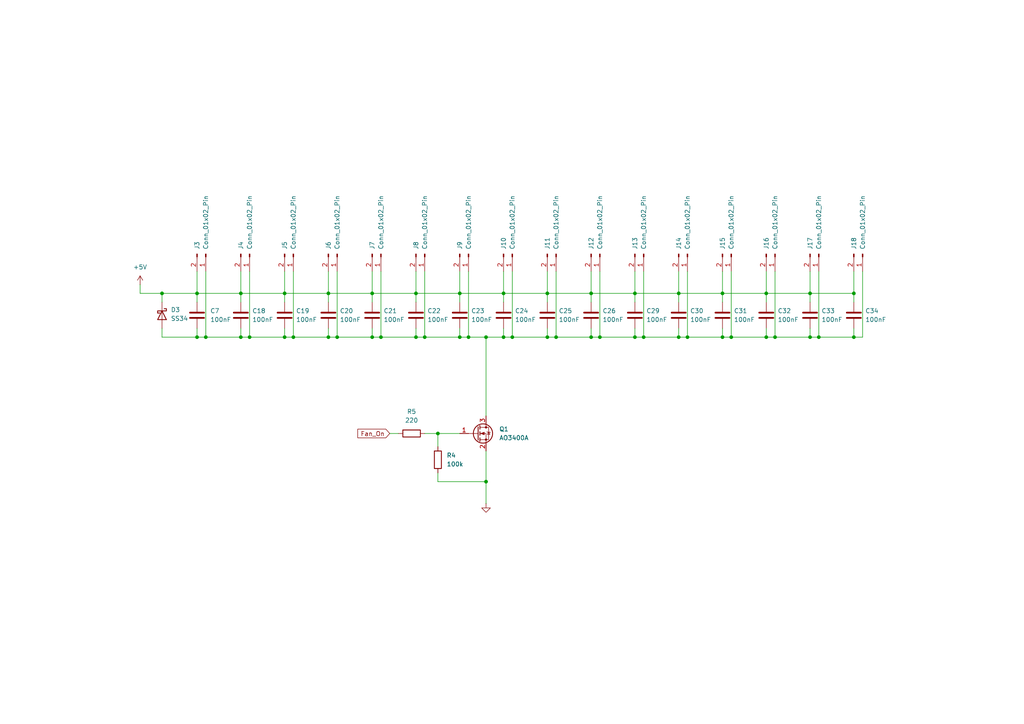
<source format=kicad_sch>
(kicad_sch (version 20250114) (generator "eeschema") (generator_version "9.0")
  (paper "A4")
  (lib_symbols
    (symbol "Connector:Conn_01x02_Pin" (pin_names (offset 1.016) (hide yes))
      (property "Reference" "J" (at 0 2.54 0))
      (property "Value" "Conn_01x02_Pin" (at 0 -5.08 0))
      (symbol "Conn_01x02_Pin_1_1"
        (rectangle (start 0.8636 0.127) (end 0 -0.127) (stroke (width 0.1524)) (fill (type outline)))
        (rectangle (start 0.8636 -2.413) (end 0 -2.667) (stroke (width 0.1524)) (fill (type outline)))
        (polyline (pts (xy 1.27 0) (xy 0.8636 0)) (stroke (width 0.1524)))
        (polyline (pts (xy 1.27 -2.54) (xy 0.8636 -2.54)) (stroke (width 0.1524)))
        (pin passive line (at 5.08 0 180) (length 3.81) (name "Pin_1") (number "1"))
        (pin passive line (at 5.08 -2.54 180) (length 3.81) (name "Pin_2") (number "2"))
      )
    )
    (symbol "Device:C" (pin_numbers (hide yes)) (pin_names (offset 0.254))
      (property "Reference" "C" (at 0.635 2.54 0))
      (property "Value" "C" (at 0.635 -2.54 0))
      (symbol "C_0_1"
        (polyline (pts (xy -2.032 0.762) (xy 2.032 0.762)) (stroke (width 0.508)))
        (polyline (pts (xy -2.032 -0.762) (xy 2.032 -0.762)) (stroke (width 0.508)))
      )
      (symbol "C_1_1"
        (pin passive line (at 0 3.81 270) (length 2.794) (name "~") (number "1"))
        (pin passive line (at 0 -3.81 90) (length 2.794) (name "~") (number "2"))
      )
    )
    (symbol "Device:R" (pin_numbers (hide yes)) (pin_names (offset 0))
      (property "Reference" "R" (at 2.032 0 90))
      (property "Value" "R" (at 0 0 90))
      (symbol "R_0_1"
        (rectangle (start -1.016 -2.54) (end 1.016 2.54) (stroke (width 0.254)))
      )
      (symbol "R_1_1"
        (pin passive line (at 0 3.81 270) (length 1.27) (name "~") (number "1"))
        (pin passive line (at 0 -3.81 90) (length 1.27) (name "~") (number "2"))
      )
    )
    (symbol "Diode:SS34" (pin_numbers (hide yes)) (pin_names (offset 1.016) (hide yes))
      (property "Reference" "D" (at 0 2.54 0))
      (property "Value" "SS34" (at 0 -2.54 0))
      (symbol "SS34_0_1"
        (polyline (pts (xy -1.905 0.635) (xy -1.905 1.27) (xy -1.27 1.27) (xy -1.27 -1.27) (xy -0.635 -1.27) (xy -0.635 -0.635)) (stroke (width 0.254)))
        (polyline (pts (xy 1.27 1.27) (xy 1.27 -1.27) (xy -1.27 0) (xy 1.27 1.27)) (stroke (width 0.254)))
        (polyline (pts (xy 1.27 0) (xy -1.27 0)))
      )
      (symbol "SS34_1_1"
        (pin passive line (at -3.81 0 0) (length 2.54) (name "K") (number "1"))
        (pin passive line (at 3.81 0 180) (length 2.54) (name "A") (number "2"))
      )
    )
    (symbol "Transistor_FET:AO3400A" (pin_names (hide yes))
      (property "Reference" "Q" (at 5.08 1.905 0))
      (property "Value" "AO3400A" (at 5.08 0 0))
      (symbol "AO3400A_0_1"
        (polyline (pts (xy 0.254 1.905) (xy 0.254 -1.905)) (stroke (width 0.254)))
        (polyline (pts (xy 0.254 0) (xy -2.54 0)))
        (polyline (pts (xy 0.762 2.286) (xy 0.762 1.27)) (stroke (width 0.254)))
        (polyline (pts (xy 0.762 0.508) (xy 0.762 -0.508)) (stroke (width 0.254)))
        (polyline (pts (xy 0.762 -1.27) (xy 0.762 -2.286)) (stroke (width 0.254)))
        (polyline (pts (xy 0.762 -1.778) (xy 3.302 -1.778) (xy 3.302 1.778) (xy 0.762 1.778)))
        (polyline (pts (xy 1.016 0) (xy 2.032 0.381) (xy 2.032 -0.381) (xy 1.016 0)) (fill (type outline)))
        (circle (center 1.651 0) (radius 2.794) (stroke (width 0.254)))
        (polyline (pts (xy 2.54 2.54) (xy 2.54 1.778)))
        (circle (center 2.54 1.778) (radius 0.254) (fill (type outline)))
        (circle (center 2.54 -1.778) (radius 0.254) (fill (type outline)))
        (polyline (pts (xy 2.54 -2.54) (xy 2.54 0) (xy 0.762 0)))
        (polyline (pts (xy 2.794 0.508) (xy 2.921 0.381) (xy 3.683 0.381) (xy 3.81 0.254)))
        (polyline (pts (xy 3.302 0.381) (xy 2.921 -0.254) (xy 3.683 -0.254) (xy 3.302 0.381)))
      )
      (symbol "AO3400A_1_1"
        (pin input line (at -5.08 0 0) (length 2.54) (name "G") (number "1"))
        (pin passive line (at 2.54 5.08 270) (length 2.54) (name "D") (number "3"))
        (pin passive line (at 2.54 -5.08 90) (length 2.54) (name "S") (number "2"))
      )
    )
    (symbol "power:+5V" (power) (pin_numbers (hide yes)) (pin_names (offset 0) (hide yes))
      (property "Value" "+5V" (at 0 3.556 0))
      (symbol "+5V_0_1"
        (polyline (pts (xy -0.762 1.27) (xy 0 2.54)))
        (polyline (pts (xy 0 2.54) (xy 0.762 1.27)))
        (polyline (pts (xy 0 0) (xy 0 2.54)))
      )
      (symbol "+5V_1_1"
        (pin power_in line (at 0 0 90) (length 0) (name "~") (number "1"))
      )
    )
    (symbol "power:GND" (power) (pin_numbers (hide yes)) (pin_names (offset 0) (hide yes))
      (property "Value" "GND" (at 0 -3.81 0))
      (symbol "GND_0_1"
        (polyline (pts (xy 0 0) (xy 0 -1.27) (xy 1.27 -1.27) (xy 0 -2.54) (xy -1.27 -1.27) (xy 0 -1.27)))
      )
      (symbol "GND_1_1"
        (pin power_in line (at 0 0 270) (length 0) (name "~") (number "1"))
      )
    )
  )
  (junction (at 120.65 97.79))
  (junction (at 133.35 85.09))
  (junction (at 148.59 97.79))
  (junction (at 59.69 97.79))
  (junction (at 224.79 97.79))
  (junction (at 120.65 85.09))
  (junction (at 57.15 97.79))
  (junction (at 222.25 97.79))
  (junction (at 173.99 97.79))
  (junction (at 146.05 97.79))
  (junction (at 161.29 97.79))
  (junction (at 196.85 97.79))
  (junction (at 127 125.73))
  (junction (at 146.05 85.09))
  (junction (at 69.85 97.79))
  (junction (at 158.75 85.09))
  (junction (at 196.85 85.09))
  (junction (at 97.79 97.79))
  (junction (at 222.25 85.09))
  (junction (at 107.95 85.09))
  (junction (at 158.75 97.79))
  (junction (at 184.15 85.09))
  (junction (at 140.97 97.79))
  (junction (at 199.39 97.79))
  (junction (at 95.25 97.79))
  (junction (at 184.15 97.79))
  (junction (at 123.19 97.79))
  (junction (at 234.95 97.79))
  (junction (at 110.49 97.79))
  (junction (at 46.99 85.09))
  (junction (at 57.15 85.09))
  (junction (at 107.95 97.79))
  (junction (at 72.39 97.79))
  (junction (at 95.25 85.09))
  (junction (at 247.65 97.79))
  (junction (at 82.55 97.79))
  (junction (at 209.55 85.09))
  (junction (at 212.09 97.79))
  (junction (at 140.97 139.7))
  (junction (at 133.35 97.79))
  (junction (at 82.55 85.09))
  (junction (at 171.45 85.09))
  (junction (at 247.65 85.09))
  (junction (at 234.95 85.09))
  (junction (at 135.89 97.79))
  (junction (at 171.45 97.79))
  (junction (at 237.49 97.79))
  (junction (at 186.69 97.79))
  (junction (at 209.55 97.79))
  (junction (at 85.09 97.79))
  (junction (at 69.85 85.09))
  (wire (pts (xy 95.25 85.09) (xy 107.95 85.09)))
  (wire (pts (xy 69.85 97.79) (xy 72.39 97.79)))
  (wire (pts (xy 107.95 97.79) (xy 110.49 97.79)))
  (wire (pts (xy 184.15 97.79) (xy 186.69 97.79)))
  (wire (pts (xy 186.69 97.79) (xy 196.85 97.79)))
  (wire (pts (xy 123.19 125.73) (xy 127 125.73)))
  (wire (pts (xy 196.85 85.09) (xy 209.55 85.09)))
  (wire (pts (xy 196.85 78.74) (xy 196.85 85.09)))
  (wire (pts (xy 57.15 95.25) (xy 57.15 97.79)))
  (wire (pts (xy 184.15 95.25) (xy 184.15 97.79)))
  (wire (pts (xy 110.49 97.79) (xy 120.65 97.79)))
  (wire (pts (xy 140.97 97.79) (xy 140.97 120.65)))
  (wire (pts (xy 95.25 78.74) (xy 95.25 85.09)))
  (wire (pts (xy 234.95 95.25) (xy 234.95 97.79)))
  (wire (pts (xy 196.85 95.25) (xy 196.85 97.79)))
  (wire (pts (xy 57.15 78.74) (xy 57.15 85.09)))
  (wire (pts (xy 171.45 78.74) (xy 171.45 85.09)))
  (wire (pts (xy 196.85 97.79) (xy 199.39 97.79)))
  (wire (pts (xy 69.85 95.25) (xy 69.85 97.79)))
  (wire (pts (xy 171.45 85.09) (xy 184.15 85.09)))
  (wire (pts (xy 95.25 97.79) (xy 97.79 97.79)))
  (wire (pts (xy 82.55 95.25) (xy 82.55 97.79)))
  (wire (pts (xy 107.95 78.74) (xy 107.95 85.09)))
  (wire (pts (xy 85.09 97.79) (xy 82.55 97.79)))
  (wire (pts (xy 222.25 78.74) (xy 222.25 85.09)))
  (wire (pts (xy 82.55 78.74) (xy 82.55 85.09)))
  (wire (pts (xy 82.55 85.09) (xy 82.55 87.63)))
  (wire (pts (xy 127 139.7) (xy 127 137.16)))
  (wire (pts (xy 146.05 85.09) (xy 158.75 85.09)))
  (wire (pts (xy 146.05 78.74) (xy 146.05 85.09)))
  (wire (pts (xy 173.99 97.79) (xy 171.45 97.79)))
  (wire (pts (xy 59.69 97.79) (xy 69.85 97.79)))
  (wire (pts (xy 123.19 97.79) (xy 133.35 97.79)))
  (wire (pts (xy 184.15 85.09) (xy 184.15 87.63)))
  (wire (pts (xy 146.05 85.09) (xy 146.05 87.63)))
  (wire (pts (xy 46.99 95.25) (xy 46.99 97.79)))
  (wire (pts (xy 127 125.73) (xy 133.35 125.73)))
  (wire (pts (xy 140.97 97.79) (xy 135.89 97.79)))
  (wire (pts (xy 123.19 78.74) (xy 123.19 97.79)))
  (wire (pts (xy 46.99 85.09) (xy 46.99 87.63)))
  (wire (pts (xy 222.25 97.79) (xy 224.79 97.79)))
  (wire (pts (xy 82.55 85.09) (xy 95.25 85.09)))
  (wire (pts (xy 247.65 95.25) (xy 247.65 97.79)))
  (wire (pts (xy 173.99 97.79) (xy 184.15 97.79)))
  (wire (pts (xy 72.39 78.74) (xy 72.39 97.79)))
  (wire (pts (xy 127 139.7) (xy 140.97 139.7)))
  (wire (pts (xy 222.25 95.25) (xy 222.25 97.79)))
  (wire (pts (xy 133.35 97.79) (xy 135.89 97.79)))
  (wire (pts (xy 237.49 78.74) (xy 237.49 97.79)))
  (wire (pts (xy 120.65 95.25) (xy 120.65 97.79)))
  (wire (pts (xy 199.39 97.79) (xy 209.55 97.79)))
  (wire (pts (xy 123.19 97.79) (xy 120.65 97.79)))
  (wire (pts (xy 133.35 85.09) (xy 146.05 85.09)))
  (wire (pts (xy 234.95 97.79) (xy 237.49 97.79)))
  (wire (pts (xy 97.79 78.74) (xy 97.79 97.79)))
  (wire (pts (xy 173.99 78.74) (xy 173.99 97.79)))
  (wire (pts (xy 40.64 85.09) (xy 40.64 82.55)))
  (wire (pts (xy 110.49 78.74) (xy 110.49 97.79)))
  (wire (pts (xy 234.95 78.74) (xy 234.95 85.09)))
  (wire (pts (xy 95.25 97.79) (xy 85.09 97.79)))
  (wire (pts (xy 209.55 95.25) (xy 209.55 97.79)))
  (wire (pts (xy 140.97 97.79) (xy 146.05 97.79)))
  (wire (pts (xy 222.25 85.09) (xy 234.95 85.09)))
  (wire (pts (xy 140.97 139.7) (xy 140.97 146.05)))
  (wire (pts (xy 40.64 85.09) (xy 46.99 85.09)))
  (wire (pts (xy 113.03 125.73) (xy 115.57 125.73)))
  (wire (pts (xy 59.69 78.74) (xy 59.69 97.79)))
  (wire (pts (xy 158.75 85.09) (xy 171.45 85.09)))
  (wire (pts (xy 209.55 85.09) (xy 209.55 87.63)))
  (wire (pts (xy 171.45 85.09) (xy 171.45 87.63)))
  (wire (pts (xy 148.59 78.74) (xy 148.59 97.79)))
  (wire (pts (xy 158.75 85.09) (xy 158.75 87.63)))
  (wire (pts (xy 209.55 78.74) (xy 209.55 85.09)))
  (wire (pts (xy 85.09 78.74) (xy 85.09 97.79)))
  (wire (pts (xy 107.95 85.09) (xy 120.65 85.09)))
  (wire (pts (xy 69.85 78.74) (xy 69.85 85.09)))
  (wire (pts (xy 140.97 130.81) (xy 140.97 139.7)))
  (wire (pts (xy 135.89 78.74) (xy 135.89 97.79)))
  (wire (pts (xy 69.85 85.09) (xy 69.85 87.63)))
  (wire (pts (xy 212.09 97.79) (xy 222.25 97.79)))
  (wire (pts (xy 120.65 85.09) (xy 133.35 85.09)))
  (wire (pts (xy 57.15 85.09) (xy 57.15 87.63)))
  (wire (pts (xy 133.35 78.74) (xy 133.35 85.09)))
  (wire (pts (xy 127 125.73) (xy 127 129.54)))
  (wire (pts (xy 224.79 78.74) (xy 224.79 97.79)))
  (wire (pts (xy 120.65 85.09) (xy 120.65 87.63)))
  (wire (pts (xy 120.65 78.74) (xy 120.65 85.09)))
  (wire (pts (xy 146.05 95.25) (xy 146.05 97.79)))
  (wire (pts (xy 59.69 97.79) (xy 57.15 97.79)))
  (wire (pts (xy 95.25 95.25) (xy 95.25 97.79)))
  (wire (pts (xy 237.49 97.79) (xy 247.65 97.79)))
  (wire (pts (xy 69.85 85.09) (xy 82.55 85.09)))
  (wire (pts (xy 146.05 97.79) (xy 148.59 97.79)))
  (wire (pts (xy 158.75 78.74) (xy 158.75 85.09)))
  (wire (pts (xy 107.95 95.25) (xy 107.95 97.79)))
  (wire (pts (xy 224.79 97.79) (xy 234.95 97.79)))
  (wire (pts (xy 158.75 95.25) (xy 158.75 97.79)))
  (wire (pts (xy 247.65 78.74) (xy 247.65 85.09)))
  (wire (pts (xy 72.39 97.79) (xy 82.55 97.79)))
  (wire (pts (xy 46.99 97.79) (xy 57.15 97.79)))
  (wire (pts (xy 46.99 85.09) (xy 57.15 85.09)))
  (wire (pts (xy 250.19 97.79) (xy 250.19 78.74)))
  (wire (pts (xy 234.95 85.09) (xy 247.65 85.09)))
  (wire (pts (xy 186.69 78.74) (xy 186.69 97.79)))
  (wire (pts (xy 69.85 85.09) (xy 57.15 85.09)))
  (wire (pts (xy 171.45 97.79) (xy 161.29 97.79)))
  (wire (pts (xy 247.65 97.79) (xy 250.19 97.79)))
  (wire (pts (xy 133.35 85.09) (xy 133.35 87.63)))
  (wire (pts (xy 209.55 85.09) (xy 222.25 85.09)))
  (wire (pts (xy 212.09 78.74) (xy 212.09 97.79)))
  (wire (pts (xy 209.55 97.79) (xy 212.09 97.79)))
  (wire (pts (xy 247.65 85.09) (xy 247.65 87.63)))
  (wire (pts (xy 184.15 85.09) (xy 196.85 85.09)))
  (wire (pts (xy 97.79 97.79) (xy 107.95 97.79)))
  (wire (pts (xy 158.75 97.79) (xy 161.29 97.79)))
  (wire (pts (xy 148.59 97.79) (xy 158.75 97.79)))
  (wire (pts (xy 171.45 95.25) (xy 171.45 97.79)))
  (wire (pts (xy 196.85 85.09) (xy 196.85 87.63)))
  (wire (pts (xy 199.39 78.74) (xy 199.39 97.79)))
  (wire (pts (xy 133.35 95.25) (xy 133.35 97.79)))
  (wire (pts (xy 95.25 85.09) (xy 95.25 87.63)))
  (wire (pts (xy 184.15 78.74) (xy 184.15 85.09)))
  (wire (pts (xy 234.95 85.09) (xy 234.95 87.63)))
  (wire (pts (xy 161.29 78.74) (xy 161.29 97.79)))
  (wire (pts (xy 222.25 85.09) (xy 222.25 87.63)))
  (wire (pts (xy 107.95 85.09) (xy 107.95 87.63)))
  (global_label "Fan_On" (shape input) (at 113.03 125.73 180) (property "Intersheetrefs" "${INTERSHEET_REFS}" (effects (hide yes))))
  (symbol (lib_id "Device:C") (at 95.25 91.44 0) (unit 1)
    (property "Reference" "C20" (at 98.552 90.17 0) (effects (justify left)))
    (property "Value" "100nF" (at 98.552 92.71 0) (effects (justify left)))
    (property "Footprint" "Capacitor_SMD:C_0402_1005Metric" (effects (hide yes)))
    (property "Description" "Unpolarized capacitor" (effects (hide yes)))
  )
  (symbol (lib_id "Device:C") (at 133.35 91.44 0) (unit 1)
    (property "Reference" "C23" (at 136.652 90.17 0) (effects (justify left)))
    (property "Value" "100nF" (at 136.652 92.71 0) (effects (justify left)))
    (property "Footprint" "Capacitor_SMD:C_0402_1005Metric" (effects (hide yes)))
    (property "Description" "Unpolarized capacitor" (effects (hide yes)))
  )
  (symbol (lib_id "Connector:Conn_01x02_Pin") (at 72.39 73.66 270) (unit 1)
    (property "Reference" "J4" (at 69.8499 72.39 0) (effects (justify right)))
    (property "Value" "Conn_01x02_Pin" (at 72.3899 72.39 0) (effects (justify right)))
    (property "Footprint" "S2B_PH_SM4_TB:JST_S2B-PH-SM4-TB" (effects (hide yes)))
    (property "Description" "Generic connector, single row, 01x02, script generated" (effects (hide yes)))
  )
  (symbol (lib_id "Connector:Conn_01x02_Pin") (at 135.89 73.66 270) (unit 1)
    (property "Reference" "J9" (at 133.3499 72.39 0) (effects (justify right)))
    (property "Value" "Conn_01x02_Pin" (at 135.8899 72.39 0) (effects (justify right)))
    (property "Footprint" "S2B_PH_SM4_TB:JST_S2B-PH-SM4-TB" (effects (hide yes)))
    (property "Description" "Generic connector, single row, 01x02, script generated" (effects (hide yes)))
  )
  (symbol (lib_id "Device:C") (at 184.15 91.44 0) (unit 1)
    (property "Reference" "C29" (at 187.452 90.17 0) (effects (justify left)))
    (property "Value" "100nF" (at 187.452 92.71 0) (effects (justify left)))
    (property "Footprint" "Capacitor_SMD:C_0402_1005Metric" (effects (hide yes)))
    (property "Description" "Unpolarized capacitor" (effects (hide yes)))
  )
  (symbol (lib_id "Connector:Conn_01x02_Pin") (at 186.69 73.66 270) (unit 1)
    (property "Reference" "J13" (at 184.1499 72.39 0) (effects (justify right)))
    (property "Value" "Conn_01x02_Pin" (at 186.6899 72.39 0) (effects (justify right)))
    (property "Footprint" "S2B_PH_SM4_TB:JST_S2B-PH-SM4-TB" (effects (hide yes)))
    (property "Description" "Generic connector, single row, 01x02, script generated" (effects (hide yes)))
  )
  (symbol (lib_id "Connector:Conn_01x02_Pin") (at 59.69 73.66 270) (unit 1)
    (property "Reference" "J3" (at 57.1499 72.39 0) (effects (justify right)))
    (property "Value" "Conn_01x02_Pin" (at 59.6899 72.39 0) (effects (justify right)))
    (property "Footprint" "S2B_PH_SM4_TB:JST_S2B-PH-SM4-TB" (effects (hide yes)))
    (property "Description" "Generic connector, single row, 01x02, script generated" (effects (hide yes)))
  )
  (symbol (lib_id "Connector:Conn_01x02_Pin") (at 237.49 73.66 270) (unit 1)
    (property "Reference" "J17" (at 234.9499 72.39 0) (effects (justify right)))
    (property "Value" "Conn_01x02_Pin" (at 237.4899 72.39 0) (effects (justify right)))
    (property "Footprint" "S2B_PH_SM4_TB:JST_S2B-PH-SM4-TB" (effects (hide yes)))
    (property "Description" "Generic connector, single row, 01x02, script generated" (effects (hide yes)))
  )
  (symbol (lib_id "Connector:Conn_01x02_Pin") (at 110.49 73.66 270) (unit 1)
    (property "Reference" "J7" (at 107.9499 72.39 0) (effects (justify right)))
    (property "Value" "Conn_01x02_Pin" (at 110.4899 72.39 0) (effects (justify right)))
    (property "Footprint" "S2B_PH_SM4_TB:JST_S2B-PH-SM4-TB" (effects (hide yes)))
    (property "Description" "Generic connector, single row, 01x02, script generated" (effects (hide yes)))
  )
  (symbol (lib_id "Device:C") (at 146.05 91.44 0) (unit 1)
    (property "Reference" "C24" (at 149.352 90.17 0) (effects (justify left)))
    (property "Value" "100nF" (at 149.352 92.71 0) (effects (justify left)))
    (property "Footprint" "Capacitor_SMD:C_0402_1005Metric" (effects (hide yes)))
    (property "Description" "Unpolarized capacitor" (effects (hide yes)))
  )
  (symbol (lib_id "Connector:Conn_01x02_Pin") (at 212.09 73.66 270) (unit 1)
    (property "Reference" "J15" (at 209.5499 72.39 0) (effects (justify right)))
    (property "Value" "Conn_01x02_Pin" (at 212.0899 72.39 0) (effects (justify right)))
    (property "Footprint" "S2B_PH_SM4_TB:JST_S2B-PH-SM4-TB" (effects (hide yes)))
    (property "Description" "Generic connector, single row, 01x02, script generated" (effects (hide yes)))
  )
  (symbol (lib_id "Device:C") (at 120.65 91.44 0) (unit 1)
    (property "Reference" "C22" (at 123.952 90.17 0) (effects (justify left)))
    (property "Value" "100nF" (at 123.952 92.71 0) (effects (justify left)))
    (property "Footprint" "Capacitor_SMD:C_0402_1005Metric" (effects (hide yes)))
    (property "Description" "Unpolarized capacitor" (effects (hide yes)))
  )
  (symbol (lib_id "Device:R") (at 119.38 125.73 90) (unit 1)
    (property "Reference" "R5" (at 119.38 119.38 90))
    (property "Value" "220" (at 119.38 121.92 90))
    (property "Footprint" "Resistor_SMD:R_0603_1608Metric" (effects (hide yes)))
    (property "Description" "Resistor" (effects (hide yes)))
  )
  (symbol (lib_id "Device:C") (at 57.15 91.44 0) (unit 1)
    (property "Reference" "C7" (at 60.96 90.1699 0) (effects (justify left)))
    (property "Value" "100nF" (at 60.96 92.7099 0) (effects (justify left)))
    (property "Footprint" "Capacitor_SMD:C_0402_1005Metric" (effects (hide yes)))
    (property "Description" "Unpolarized capacitor" (effects (hide yes)))
  )
  (symbol (lib_id "Connector:Conn_01x02_Pin") (at 85.09 73.66 270) (unit 1)
    (property "Reference" "J5" (at 82.5499 72.39 0) (effects (justify right)))
    (property "Value" "Conn_01x02_Pin" (at 85.0899 72.39 0) (effects (justify right)))
    (property "Footprint" "S2B_PH_SM4_TB:JST_S2B-PH-SM4-TB" (effects (hide yes)))
    (property "Description" "Generic connector, single row, 01x02, script generated" (effects (hide yes)))
  )
  (symbol (lib_id "Connector:Conn_01x02_Pin") (at 97.79 73.66 270) (unit 1)
    (property "Reference" "J6" (at 95.2499 72.39 0) (effects (justify right)))
    (property "Value" "Conn_01x02_Pin" (at 97.7899 72.39 0) (effects (justify right)))
    (property "Footprint" "S2B_PH_SM4_TB:JST_S2B-PH-SM4-TB" (effects (hide yes)))
    (property "Description" "Generic connector, single row, 01x02, script generated" (effects (hide yes)))
  )
  (symbol (lib_id "Device:C") (at 222.25 91.44 0) (unit 1)
    (property "Reference" "C32" (at 225.552 90.17 0) (effects (justify left)))
    (property "Value" "100nF" (at 225.552 92.71 0) (effects (justify left)))
    (property "Footprint" "Capacitor_SMD:C_0402_1005Metric" (effects (hide yes)))
    (property "Description" "Unpolarized capacitor" (effects (hide yes)))
  )
  (symbol (lib_id "power:+5V") (at 40.64 82.55 0) (unit 1)
    (property "Reference" "#PWR03" (effects (hide yes)))
    (property "Value" "+5V" (at 40.64 77.47 0))
    (property "Description" "Power symbol creates a global label with name \"+5V\"" (effects (hide yes)))
  )
  (symbol (lib_id "Connector:Conn_01x02_Pin") (at 148.59 73.66 270) (unit 1)
    (property "Reference" "J10" (at 146.0499 72.39 0) (effects (justify right)))
    (property "Value" "Conn_01x02_Pin" (at 148.5899 72.39 0) (effects (justify right)))
    (property "Footprint" "S2B_PH_SM4_TB:JST_S2B-PH-SM4-TB" (effects (hide yes)))
    (property "Description" "Generic connector, single row, 01x02, script generated" (effects (hide yes)))
  )
  (symbol (lib_id "Device:C") (at 69.85 91.44 0) (unit 1)
    (property "Reference" "C18" (at 73.152 90.17 0) (effects (justify left)))
    (property "Value" "100nF" (at 73.152 92.71 0) (effects (justify left)))
    (property "Footprint" "Capacitor_SMD:C_0402_1005Metric" (effects (hide yes)))
    (property "Description" "Unpolarized capacitor" (effects (hide yes)))
  )
  (symbol (lib_id "Diode:SS34") (at 46.99 91.44 270) (unit 1)
    (property "Reference" "D3" (at 49.53 89.8524 90) (effects (justify left)))
    (property "Value" "SS34" (at 49.53 92.3924 90) (effects (justify left)))
    (property "Footprint" "Diode_SMD:D_SMA" (effects (hide yes)))
    (property "Datasheet" "https://www.vishay.com/docs/88751/ss32.pdf" (effects (hide yes)))
    (property "Description" "40V 3A Schottky Diode, SMA" (effects (hide yes)))
  )
  (symbol (lib_id "Device:C") (at 234.95 91.44 0) (unit 1)
    (property "Reference" "C33" (at 238.252 90.17 0) (effects (justify left)))
    (property "Value" "100nF" (at 238.252 92.71 0) (effects (justify left)))
    (property "Footprint" "Capacitor_SMD:C_0402_1005Metric" (effects (hide yes)))
    (property "Description" "Unpolarized capacitor" (effects (hide yes)))
  )
  (symbol (lib_id "Device:C") (at 247.65 91.44 0) (unit 1)
    (property "Reference" "C34" (at 250.952 90.17 0) (effects (justify left)))
    (property "Value" "100nF" (at 250.952 92.71 0) (effects (justify left)))
    (property "Footprint" "Capacitor_SMD:C_0402_1005Metric" (effects (hide yes)))
    (property "Description" "Unpolarized capacitor" (effects (hide yes)))
  )
  (symbol (lib_id "Transistor_FET:AO3400A") (at 138.43 125.73 0) (unit 1)
    (property "Reference" "Q1" (at 144.78 124.4599 0) (effects (justify left)))
    (property "Value" "AO3400A" (at 144.78 126.9999 0) (effects (justify left)))
    (property "Footprint" "Package_TO_SOT_SMD:SOT-23" (effects (hide yes)))
    (property "Datasheet" "http://www.aosmd.com/pdfs/datasheet/AO3400A.pdf" (effects (hide yes)))
    (property "Description" "30V Vds, 5.7A Id, N-Channel MOSFET, SOT-23" (effects (hide yes)))
  )
  (symbol (lib_id "Connector:Conn_01x02_Pin") (at 173.99 73.66 270) (unit 1)
    (property "Reference" "J12" (at 171.4499 72.39 0) (effects (justify right)))
    (property "Value" "Conn_01x02_Pin" (at 173.9899 72.39 0) (effects (justify right)))
    (property "Footprint" "S2B_PH_SM4_TB:JST_S2B-PH-SM4-TB" (effects (hide yes)))
    (property "Description" "Generic connector, single row, 01x02, script generated" (effects (hide yes)))
  )
  (symbol (lib_id "power:GND") (at 140.97 146.05 0) (unit 1)
    (property "Reference" "#PWR018" (effects (hide yes)))
    (property "Value" "GND" (effects (hide yes)))
    (property "Description" "Power symbol creates a global label with name \"GND\" , ground" (effects (hide yes)))
  )
  (symbol (lib_id "Connector:Conn_01x02_Pin") (at 161.29 73.66 270) (unit 1)
    (property "Reference" "J11" (at 158.7499 72.39 0) (effects (justify right)))
    (property "Value" "Conn_01x02_Pin" (at 161.2899 72.39 0) (effects (justify right)))
    (property "Footprint" "S2B_PH_SM4_TB:JST_S2B-PH-SM4-TB" (effects (hide yes)))
    (property "Description" "Generic connector, single row, 01x02, script generated" (effects (hide yes)))
  )
  (symbol (lib_id "Device:C") (at 158.75 91.44 0) (unit 1)
    (property "Reference" "C25" (at 162.052 90.17 0) (effects (justify left)))
    (property "Value" "100nF" (at 162.052 92.71 0) (effects (justify left)))
    (property "Footprint" "Capacitor_SMD:C_0402_1005Metric" (effects (hide yes)))
    (property "Description" "Unpolarized capacitor" (effects (hide yes)))
  )
  (symbol (lib_id "Connector:Conn_01x02_Pin") (at 199.39 73.66 270) (unit 1)
    (property "Reference" "J14" (at 196.8499 72.39 0) (effects (justify right)))
    (property "Value" "Conn_01x02_Pin" (at 199.3899 72.39 0) (effects (justify right)))
    (property "Footprint" "S2B_PH_SM4_TB:JST_S2B-PH-SM4-TB" (effects (hide yes)))
    (property "Description" "Generic connector, single row, 01x02, script generated" (effects (hide yes)))
  )
  (symbol (lib_id "Connector:Conn_01x02_Pin") (at 224.79 73.66 270) (unit 1)
    (property "Reference" "J16" (at 222.2499 72.39 0) (effects (justify right)))
    (property "Value" "Conn_01x02_Pin" (at 224.7899 72.39 0) (effects (justify right)))
    (property "Footprint" "S2B_PH_SM4_TB:JST_S2B-PH-SM4-TB" (effects (hide yes)))
    (property "Description" "Generic connector, single row, 01x02, script generated" (effects (hide yes)))
  )
  (symbol (lib_id "Device:C") (at 196.85 91.44 0) (unit 1)
    (property "Reference" "C30" (at 200.152 90.17 0) (effects (justify left)))
    (property "Value" "100nF" (at 200.152 92.71 0) (effects (justify left)))
    (property "Footprint" "Capacitor_SMD:C_0402_1005Metric" (effects (hide yes)))
    (property "Description" "Unpolarized capacitor" (effects (hide yes)))
  )
  (symbol (lib_id "Device:R") (at 127 133.35 0) (unit 1)
    (property "Reference" "R4" (at 129.54 132.0799 0) (effects (justify left)))
    (property "Value" "100k" (at 129.54 134.6199 0) (effects (justify left)))
    (property "Footprint" "Resistor_SMD:R_0603_1608Metric" (effects (hide yes)))
    (property "Description" "Resistor" (effects (hide yes)))
  )
  (symbol (lib_id "Device:C") (at 107.95 91.44 0) (unit 1)
    (property "Reference" "C21" (at 111.252 90.17 0) (effects (justify left)))
    (property "Value" "100nF" (at 111.252 92.71 0) (effects (justify left)))
    (property "Footprint" "Capacitor_SMD:C_0402_1005Metric" (effects (hide yes)))
    (property "Description" "Unpolarized capacitor" (effects (hide yes)))
  )
  (symbol (lib_id "Connector:Conn_01x02_Pin") (at 250.19 73.66 270) (unit 1)
    (property "Reference" "J18" (at 247.6499 72.39 0) (effects (justify right)))
    (property "Value" "Conn_01x02_Pin" (at 250.1899 72.39 0) (effects (justify right)))
    (property "Footprint" "S2B_PH_SM4_TB:JST_S2B-PH-SM4-TB" (effects (hide yes)))
    (property "Description" "Generic connector, single row, 01x02, script generated" (effects (hide yes)))
  )
  (symbol (lib_id "Device:C") (at 82.55 91.44 0) (unit 1)
    (property "Reference" "C19" (at 85.852 90.17 0) (effects (justify left)))
    (property "Value" "100nF" (at 85.852 92.71 0) (effects (justify left)))
    (property "Footprint" "Capacitor_SMD:C_0402_1005Metric" (effects (hide yes)))
    (property "Description" "Unpolarized capacitor" (effects (hide yes)))
  )
  (symbol (lib_id "Device:C") (at 171.45 91.44 0) (unit 1)
    (property "Reference" "C26" (at 174.752 90.17 0) (effects (justify left)))
    (property "Value" "100nF" (at 174.752 92.71 0) (effects (justify left)))
    (property "Footprint" "Capacitor_SMD:C_0402_1005Metric" (effects (hide yes)))
    (property "Description" "Unpolarized capacitor" (effects (hide yes)))
  )
  (symbol (lib_id "Connector:Conn_01x02_Pin") (at 123.19 73.66 270) (unit 1)
    (property "Reference" "J8" (at 120.6499 72.39 0) (effects (justify right)))
    (property "Value" "Conn_01x02_Pin" (at 123.1899 72.39 0) (effects (justify right)))
    (property "Footprint" "S2B_PH_SM4_TB:JST_S2B-PH-SM4-TB" (effects (hide yes)))
    (property "Description" "Generic connector, single row, 01x02, script generated" (effects (hide yes)))
  )
  (symbol (lib_id "Device:C") (at 209.55 91.44 0) (unit 1)
    (property "Reference" "C31" (at 212.852 90.17 0) (effects (justify left)))
    (property "Value" "100nF" (at 212.852 92.71 0) (effects (justify left)))
    (property "Footprint" "Capacitor_SMD:C_0402_1005Metric" (effects (hide yes)))
    (property "Description" "Unpolarized capacitor" (effects (hide yes)))
  )
)
</source>
